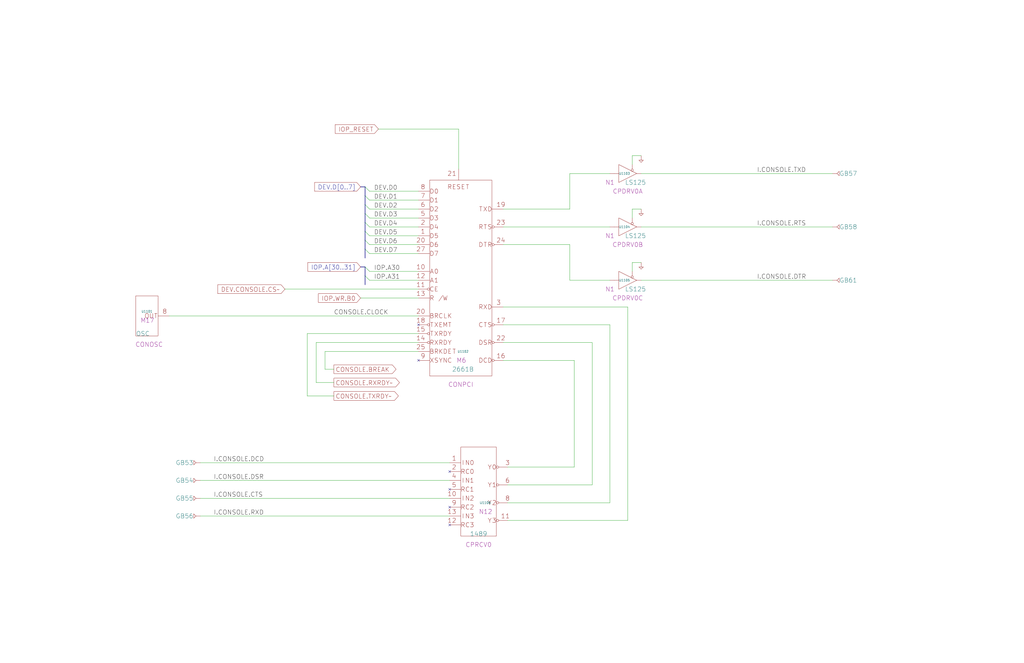
<source format=kicad_sch>
(kicad_sch (version 20211123) (generator eeschema)
  (paper "User" 584.2 378.46)
  (title_block (title "DEVICES\\nCONSOLE PCI") (date "22-SEP-90") (rev "2.0") (comment 1 "IOC") (comment 2 "232-003061") (comment 3 "S400") (comment 4 "RELEASED"))
  (lib_symbols
    (symbol "r1000:1489" (pin_numbers hide) (pin_names (offset 1.016) hide)
      (property "Reference" "U" (at 2.54 5.08 0))
      (property "Value" "1489" (at -6.35 -12.7 0))
      (property "Location" "___" (at -1.27 0 0))
      (property "Name" "______" (at -1.27 -20.32 0))
      (symbol "1489_1_1"
        (rectangle (start -11.43 36.83) (end 8.89 -13.97))
        (circle (center 9.525 -5.08) (radius 0.635))
        (circle (center 9.525 5.08) (radius 0.635))
        (circle (center 9.525 15.24) (radius 0.635))
        (circle (center 9.525 25.4) (radius 0.635))
        (text "0" (at -15.24 10.16 0) (effects (font (size 2.54 2.54))))
        (text "0" (at -5.08 22.86 0) (effects (font (size 2.54 2.54))))
        (text "0" (at -5.08 27.94 0) (effects (font (size 2.54 2.54))))
        (text "0" (at 7.62 25.4 0) (effects (font (size 2.54 2.54))))
        (text "1" (at -17.78 -5.08 0) (effects (font (size 2.54 2.54))))
        (text "1" (at -17.78 0 0) (effects (font (size 2.54 2.54))))
        (text "1" (at -17.78 10.16 0) (effects (font (size 2.54 2.54))))
        (text "1" (at -15.24 30.48 0) (effects (font (size 2.54 2.54))))
        (text "1" (at -5.08 12.7 0) (effects (font (size 2.54 2.54))))
        (text "1" (at -5.08 17.78 0) (effects (font (size 2.54 2.54))))
        (text "1" (at 7.62 15.24 0) (effects (font (size 2.54 2.54))))
        (text "1" (at 12.7 -2.54 0) (effects (font (size 2.54 2.54))))
        (text "1" (at 15.24 -2.54 0) (effects (font (size 2.54 2.54))))
        (text "2" (at -15.24 -5.08 0) (effects (font (size 2.54 2.54))))
        (text "2" (at -15.24 25.4 0) (effects (font (size 2.54 2.54))))
        (text "2" (at -5.08 2.54 0) (effects (font (size 2.54 2.54))))
        (text "2" (at -5.08 7.62 0) (effects (font (size 2.54 2.54))))
        (text "2" (at 7.62 5.08 0) (effects (font (size 2.54 2.54))))
        (text "3" (at -15.24 0 0) (effects (font (size 2.54 2.54))))
        (text "3" (at -5.08 -7.62 0) (effects (font (size 2.54 2.54))))
        (text "3" (at -5.08 -2.54 0) (effects (font (size 2.54 2.54))))
        (text "3" (at 7.62 -5.08 0) (effects (font (size 2.54 2.54))))
        (text "3" (at 15.24 27.94 0) (effects (font (size 2.54 2.54))))
        (text "4" (at -15.24 20.32 0) (effects (font (size 2.54 2.54))))
        (text "5" (at -15.24 15.24 0) (effects (font (size 2.54 2.54))))
        (text "6" (at 15.24 17.78 0) (effects (font (size 2.54 2.54))))
        (text "8" (at 15.24 7.62 0) (effects (font (size 2.54 2.54))))
        (text "9" (at -15.24 5.08 0) (effects (font (size 2.54 2.54))))
        (text "C" (at -7.62 -7.62 0) (effects (font (size 2.54 2.54))))
        (text "C" (at -7.62 2.54 0) (effects (font (size 2.54 2.54))))
        (text "C" (at -7.62 12.7 0) (effects (font (size 2.54 2.54))))
        (text "C" (at -7.62 22.86 0) (effects (font (size 2.54 2.54))))
        (text "I" (at -10.16 -2.54 0) (effects (font (size 2.54 2.54))))
        (text "I" (at -10.16 7.62 0) (effects (font (size 2.54 2.54))))
        (text "I" (at -10.16 17.78 0) (effects (font (size 2.54 2.54))))
        (text "I" (at -10.16 27.94 0) (effects (font (size 2.54 2.54))))
        (text "N" (at -7.62 -2.54 0) (effects (font (size 2.54 2.54))))
        (text "N" (at -7.62 7.62 0) (effects (font (size 2.54 2.54))))
        (text "N" (at -7.62 17.78 0) (effects (font (size 2.54 2.54))))
        (text "N" (at -7.62 27.94 0) (effects (font (size 2.54 2.54))))
        (text "R" (at -10.16 -7.62 0) (effects (font (size 2.54 2.54))))
        (text "R" (at -10.16 2.54 0) (effects (font (size 2.54 2.54))))
        (text "R" (at -10.16 12.7 0) (effects (font (size 2.54 2.54))))
        (text "R" (at -10.16 22.86 0) (effects (font (size 2.54 2.54))))
        (text "Y" (at 5.08 -5.08 0) (effects (font (size 2.54 2.54))))
        (text "Y" (at 5.08 5.08 0) (effects (font (size 2.54 2.54))))
        (text "Y" (at 5.08 15.24 0) (effects (font (size 2.54 2.54))))
        (text "Y" (at 5.08 25.4 0) (effects (font (size 2.54 2.54))))
        (pin input line (at -17.78 27.94 0) (length 6.35) (name "IN0") (number "1"))
        (pin input line (at -17.78 7.62 0) (length 6.35) (name "IN2") (number "10"))
        (pin output line (at 15.24 -5.08 180) (length 5.08) (name "Y3_") (number "11"))
        (pin input line (at -17.78 -7.62 0) (length 6.35) (name "RC3") (number "12"))
        (pin input line (at -17.78 -2.54 0) (length 6.35) (name "IN3") (number "13"))
        (pin input line (at -17.78 22.86 0) (length 6.35) (name "RC0") (number "2"))
        (pin output line (at 15.24 25.4 180) (length 5.08) (name "Y0_") (number "3"))
        (pin input line (at -17.78 17.78 0) (length 6.35) (name "IN1") (number "4"))
        (pin input line (at -17.78 12.7 0) (length 6.35) (name "RC1") (number "5"))
        (pin output line (at 15.24 15.24 180) (length 5.08) (name "Y1_") (number "6"))
        (pin output line (at 15.24 5.08 180) (length 5.08) (name "Y2_") (number "8"))
        (pin input line (at -17.78 2.54 0) (length 6.35) (name "RC2") (number "9"))
      )
    )
    (symbol "r1000:2661B" (pin_numbers hide) (pin_names (offset 1.016) hide)
      (property "Reference" "U" (at 2.54 5.08 0))
      (property "Value" "2661B" (at -3.81 -5.08 0))
      (property "Location" "___" (at -1.27 0 0))
      (property "Name" "______" (at 1.27 -15.24 0))
      (symbol "2661B_1_1"
        (circle (center -17.145 10.16) (radius 0.635))
        (circle (center -17.145 15.24) (radius 0.635))
        (circle (center -17.145 20.32) (radius 0.635))
        (circle (center -17.145 40.64) (radius 0.635))
        (rectangle (start -16.51 102.87) (end 19.05 -8.89))
        (circle (center 19.685 0) (radius 0.635))
        (circle (center 19.685 10.16) (radius 0.635))
        (circle (center 19.685 20.32) (radius 0.635))
        (circle (center 19.685 66.04) (radius 0.635))
        (circle (center 19.685 76.2) (radius 0.635))
        (text "/" (at -10.16 35.56 0) (effects (font (size 2.54 2.54))))
        (text "0" (at -20.32 27.94 0) (effects (font (size 2.54 2.54))))
        (text "0" (at -20.32 53.34 0) (effects (font (size 2.54 2.54))))
        (text "0" (at -20.32 68.58 0) (effects (font (size 2.54 2.54))))
        (text "0" (at -12.7 50.8 0) (effects (font (size 2.54 2.54))))
        (text "0" (at -12.7 96.52 0) (effects (font (size 2.54 2.54))))
        (text "1" (at -22.86 12.7 0) (effects (font (size 2.54 2.54))))
        (text "1" (at -22.86 17.78 0) (effects (font (size 2.54 2.54))))
        (text "1" (at -22.86 22.86 0) (effects (font (size 2.54 2.54))))
        (text "1" (at -22.86 38.1 0) (effects (font (size 2.54 2.54))))
        (text "1" (at -22.86 43.18 0) (effects (font (size 2.54 2.54))))
        (text "1" (at -22.86 48.26 0) (effects (font (size 2.54 2.54))))
        (text "1" (at -22.86 53.34 0) (effects (font (size 2.54 2.54))))
        (text "1" (at -20.32 43.18 0) (effects (font (size 2.54 2.54))))
        (text "1" (at -20.32 73.66 0) (effects (font (size 2.54 2.54))))
        (text "1" (at -12.7 45.72 0) (effects (font (size 2.54 2.54))))
        (text "1" (at -12.7 91.44 0) (effects (font (size 2.54 2.54))))
        (text "1" (at -2.54 106.68 0) (effects (font (size 2.54 2.54))))
        (text "1" (at 22.86 2.54 0) (effects (font (size 2.54 2.54))))
        (text "1" (at 22.86 22.86 0) (effects (font (size 2.54 2.54))))
        (text "1" (at 22.86 88.9 0) (effects (font (size 2.54 2.54))))
        (text "2" (at -22.86 7.62 0) (effects (font (size 2.54 2.54))))
        (text "2" (at -22.86 27.94 0) (effects (font (size 2.54 2.54))))
        (text "2" (at -22.86 63.5 0) (effects (font (size 2.54 2.54))))
        (text "2" (at -22.86 68.58 0) (effects (font (size 2.54 2.54))))
        (text "2" (at -20.32 48.26 0) (effects (font (size 2.54 2.54))))
        (text "2" (at -20.32 78.74 0) (effects (font (size 2.54 2.54))))
        (text "2" (at -12.7 86.36 0) (effects (font (size 2.54 2.54))))
        (text "2" (at -5.08 106.68 0) (effects (font (size 2.54 2.54))))
        (text "2" (at 22.86 12.7 0) (effects (font (size 2.54 2.54))))
        (text "2" (at 22.86 68.58 0) (effects (font (size 2.54 2.54))))
        (text "2" (at 22.86 78.74 0) (effects (font (size 2.54 2.54))))
        (text "2" (at 25.4 12.7 0) (effects (font (size 2.54 2.54))))
        (text "3" (at -20.32 38.1 0) (effects (font (size 2.54 2.54))))
        (text "3" (at -12.7 81.28 0) (effects (font (size 2.54 2.54))))
        (text "3" (at 22.86 33.02 0) (effects (font (size 2.54 2.54))))
        (text "3" (at 25.4 78.74 0) (effects (font (size 2.54 2.54))))
        (text "4" (at -20.32 12.7 0) (effects (font (size 2.54 2.54))))
        (text "4" (at -12.7 76.2 0) (effects (font (size 2.54 2.54))))
        (text "4" (at 25.4 68.58 0) (effects (font (size 2.54 2.54))))
        (text "5" (at -20.32 7.62 0) (effects (font (size 2.54 2.54))))
        (text "5" (at -20.32 17.78 0) (effects (font (size 2.54 2.54))))
        (text "5" (at -20.32 83.82 0) (effects (font (size 2.54 2.54))))
        (text "5" (at -12.7 71.12 0) (effects (font (size 2.54 2.54))))
        (text "6" (at -20.32 88.9 0) (effects (font (size 2.54 2.54))))
        (text "6" (at -12.7 66.04 0) (effects (font (size 2.54 2.54))))
        (text "6" (at 25.4 2.54 0) (effects (font (size 2.54 2.54))))
        (text "7" (at -20.32 63.5 0) (effects (font (size 2.54 2.54))))
        (text "7" (at -20.32 93.98 0) (effects (font (size 2.54 2.54))))
        (text "7" (at -12.7 60.96 0) (effects (font (size 2.54 2.54))))
        (text "7" (at 25.4 22.86 0) (effects (font (size 2.54 2.54))))
        (text "8" (at -20.32 22.86 0) (effects (font (size 2.54 2.54))))
        (text "8" (at -20.32 99.06 0) (effects (font (size 2.54 2.54))))
        (text "9" (at -20.32 2.54 0) (effects (font (size 2.54 2.54))))
        (text "9" (at 25.4 88.9 0) (effects (font (size 2.54 2.54))))
        (text "A" (at -15.24 45.72 0) (effects (font (size 2.54 2.54))))
        (text "A" (at -15.24 50.8 0) (effects (font (size 2.54 2.54))))
        (text "B" (at -15.24 5.08 0) (effects (font (size 2.54 2.54))))
        (text "B" (at -15.24 25.4 0) (effects (font (size 2.54 2.54))))
        (text "C" (at -15.24 40.64 0) (effects (font (size 2.54 2.54))))
        (text "C" (at -10.16 25.4 0) (effects (font (size 2.54 2.54))))
        (text "C" (at -5.08 0 0) (effects (font (size 2.54 2.54))))
        (text "C" (at 12.7 20.32 0) (effects (font (size 2.54 2.54))))
        (text "C" (at 15.24 0 0) (effects (font (size 2.54 2.54))))
        (text "D" (at -15.24 60.96 0) (effects (font (size 2.54 2.54))))
        (text "D" (at -15.24 66.04 0) (effects (font (size 2.54 2.54))))
        (text "D" (at -15.24 71.12 0) (effects (font (size 2.54 2.54))))
        (text "D" (at -15.24 76.2 0) (effects (font (size 2.54 2.54))))
        (text "D" (at -15.24 81.28 0) (effects (font (size 2.54 2.54))))
        (text "D" (at -15.24 86.36 0) (effects (font (size 2.54 2.54))))
        (text "D" (at -15.24 91.44 0) (effects (font (size 2.54 2.54))))
        (text "D" (at -15.24 96.52 0) (effects (font (size 2.54 2.54))))
        (text "D" (at -7.62 5.08 0) (effects (font (size 2.54 2.54))))
        (text "D" (at -7.62 10.16 0) (effects (font (size 2.54 2.54))))
        (text "D" (at -7.62 15.24 0) (effects (font (size 2.54 2.54))))
        (text "D" (at 12.7 0 0) (effects (font (size 2.54 2.54))))
        (text "D" (at 12.7 10.16 0) (effects (font (size 2.54 2.54))))
        (text "D" (at 12.7 66.04 0) (effects (font (size 2.54 2.54))))
        (text "D" (at 17.78 0 0) (effects (font (size 2.54 2.54))))
        (text "D" (at 17.78 30.48 0) (effects (font (size 2.54 2.54))))
        (text "D" (at 17.78 86.36 0) (effects (font (size 2.54 2.54))))
        (text "E" (at -12.7 40.64 0) (effects (font (size 2.54 2.54))))
        (text "E" (at -10.16 20.32 0) (effects (font (size 2.54 2.54))))
        (text "E" (at -5.08 5.08 0) (effects (font (size 2.54 2.54))))
        (text "E" (at -2.54 99.06 0) (effects (font (size 2.54 2.54))))
        (text "E" (at 2.54 99.06 0) (effects (font (size 2.54 2.54))))
        (text "K" (at -10.16 5.08 0) (effects (font (size 2.54 2.54))))
        (text "K" (at -5.08 25.4 0) (effects (font (size 2.54 2.54))))
        (text "L" (at -7.62 25.4 0) (effects (font (size 2.54 2.54))))
        (text "M" (at -7.62 20.32 0) (effects (font (size 2.54 2.54))))
        (text "N" (at -7.62 0 0) (effects (font (size 2.54 2.54))))
        (text "R" (at -15.24 10.16 0) (effects (font (size 2.54 2.54))))
        (text "R" (at -15.24 35.56 0) (effects (font (size 2.54 2.54))))
        (text "R" (at -12.7 5.08 0) (effects (font (size 2.54 2.54))))
        (text "R" (at -12.7 25.4 0) (effects (font (size 2.54 2.54))))
        (text "R" (at -10.16 10.16 0) (effects (font (size 2.54 2.54))))
        (text "R" (at -10.16 15.24 0) (effects (font (size 2.54 2.54))))
        (text "R" (at -5.08 99.06 0) (effects (font (size 2.54 2.54))))
        (text "R" (at 12.7 30.48 0) (effects (font (size 2.54 2.54))))
        (text "R" (at 12.7 76.2 0) (effects (font (size 2.54 2.54))))
        (text "R" (at 17.78 10.16 0) (effects (font (size 2.54 2.54))))
        (text "R" (at 17.78 66.04 0) (effects (font (size 2.54 2.54))))
        (text "S" (at -12.7 0 0) (effects (font (size 2.54 2.54))))
        (text "S" (at 0 99.06 0) (effects (font (size 2.54 2.54))))
        (text "S" (at 15.24 10.16 0) (effects (font (size 2.54 2.54))))
        (text "S" (at 17.78 20.32 0) (effects (font (size 2.54 2.54))))
        (text "S" (at 17.78 76.2 0) (effects (font (size 2.54 2.54))))
        (text "T" (at -15.24 15.24 0) (effects (font (size 2.54 2.54))))
        (text "T" (at -15.24 20.32 0) (effects (font (size 2.54 2.54))))
        (text "T" (at -5.08 20.32 0) (effects (font (size 2.54 2.54))))
        (text "T" (at -2.54 5.08 0) (effects (font (size 2.54 2.54))))
        (text "T" (at 5.08 99.06 0) (effects (font (size 2.54 2.54))))
        (text "T" (at 12.7 86.36 0) (effects (font (size 2.54 2.54))))
        (text "T" (at 15.24 20.32 0) (effects (font (size 2.54 2.54))))
        (text "T" (at 15.24 66.04 0) (effects (font (size 2.54 2.54))))
        (text "T" (at 15.24 76.2 0) (effects (font (size 2.54 2.54))))
        (text "W" (at -7.62 35.56 0) (effects (font (size 2.54 2.54))))
        (text "X" (at -15.24 0 0) (effects (font (size 2.54 2.54))))
        (text "X" (at -12.7 10.16 0) (effects (font (size 2.54 2.54))))
        (text "X" (at -12.7 15.24 0) (effects (font (size 2.54 2.54))))
        (text "X" (at -12.7 20.32 0) (effects (font (size 2.54 2.54))))
        (text "X" (at 15.24 30.48 0) (effects (font (size 2.54 2.54))))
        (text "X" (at 15.24 86.36 0) (effects (font (size 2.54 2.54))))
        (text "Y" (at -10.16 0 0) (effects (font (size 2.54 2.54))))
        (text "Y" (at -5.08 10.16 0) (effects (font (size 2.54 2.54))))
        (text "Y" (at -5.08 15.24 0) (effects (font (size 2.54 2.54))))
        (text "~" (at -12.7 35.56 0) (effects (font (size 2.54 2.54))))
        (pin tri_state line (at -22.86 71.12 0) (length 6.35) (name "D5") (number "1"))
        (pin input line (at -22.86 50.8 0) (length 6.35) (name "A0") (number "10"))
        (pin input line (at -22.86 40.64 0) (length 5.08) (name "CE_") (number "11"))
        (pin input line (at -22.86 45.72 0) (length 6.35) (name "A1") (number "12"))
        (pin input line (at -22.86 35.56 0) (length 6.35) (name "R_/W") (number "13"))
        (pin output line (at -22.86 10.16 0) (length 5.08) (name "RXRDY_") (number "14"))
        (pin output line (at -22.86 15.24 0) (length 5.08) (name "TXRDY_") (number "15"))
        (pin input line (at 25.4 0 180) (length 5.08) (name "DCD_") (number "16"))
        (pin input line (at 25.4 20.32 180) (length 5.08) (name "CTS_") (number "17"))
        (pin output line (at -22.86 20.32 0) (length 5.08) (name "TXEMT_") (number "18"))
        (pin output line (at 25.4 86.36 180) (length 6.35) (name "TXD") (number "19"))
        (pin tri_state line (at -22.86 76.2 0) (length 6.35) (name "D4") (number "2"))
        (pin input line (at -22.86 25.4 0) (length 6.35) (name "BRCLK") (number "20"))
        (pin tri_state line (at -22.86 66.04 0) (length 6.35) (name "D6") (number "20"))
        (pin input line (at 0 109.22 270) (length 6.35) (name "RESET") (number "21"))
        (pin input line (at 25.4 10.16 180) (length 5.08) (name "DSR_") (number "22"))
        (pin output line (at 25.4 76.2 180) (length 5.08) (name "RTS_") (number "23"))
        (pin output line (at 25.4 66.04 180) (length 5.08) (name "DTR_") (number "24"))
        (pin output line (at -22.86 5.08 0) (length 6.35) (name "BRKDET") (number "25"))
        (pin tri_state line (at -22.86 60.96 0) (length 6.35) (name "D7") (number "27"))
        (pin input line (at 25.4 30.48 180) (length 6.35) (name "RXD") (number "3"))
        (pin tri_state line (at -22.86 81.28 0) (length 6.35) (name "D3") (number "5"))
        (pin tri_state line (at -22.86 86.36 0) (length 6.35) (name "D2") (number "6"))
        (pin tri_state line (at -22.86 91.44 0) (length 6.35) (name "D1") (number "7"))
        (pin tri_state line (at -22.86 96.52 0) (length 6.35) (name "D0") (number "8"))
        (pin input line (at -22.86 0 0) (length 6.35) (name "XSYNC") (number "9"))
      )
    )
    (symbol "r1000:GB" (pin_numbers hide) (pin_names (offset 0) hide)
      (property "Reference" "GB" (at 3.81 0 0))
      (symbol "GB_0_1"
        (polyline (pts (xy 2.54 0) (xy 3.81 1.27) (xy 3.81 -1.27) (xy 2.54 0)) (stroke (width 0.1524)))
      )
      (symbol "GB_1_1"
        (pin bidirectional line (at 0 0 0) (length 2.54) (name "") (number "1"))
      )
    )
    (symbol "r1000:LS125" (pin_numbers hide) (pin_names hide)
      (property "Reference" "U" (at 0.635 0 0))
      (property "Value" "LS125" (at 6.985 -5.08 0))
      (property "Location" "___" (at -7.62 -5.08 0))
      (property "Name" "______" (at 2.54 -10.16 0))
      (symbol "LS125_0_1"
        (polyline (pts (xy -5.08 0) (xy -2.54 0)) (stroke (width 0.1524)))
        (polyline (pts (xy -2.54 5.08) (xy -2.54 -5.08)) (stroke (width 0.1524)))
        (polyline (pts (xy 7.62 0) (xy -2.54 -5.08)) (stroke (width 0.1524)))
        (polyline (pts (xy 7.62 0) (xy -2.54 5.08)) (stroke (width 0.1524)))
        (circle (center 5.08 1.905) (radius 0.635) (stroke (width 0.1524)))
      )
      (symbol "LS125_1_1"
        (pin input line (at -7.62 0 0) (length 2.54) (name "D") (number "1"))
        (pin tri_state line (at 10.16 0 180) (length 2.54) (name "Q") (number "2"))
        (pin input line (at 5.08 5.08 270) (length 2.54) (name "E") (number "4"))
      )
    )
    (symbol "r1000:OSC" (pin_numbers hide) (pin_names (offset 1.016) hide)
      (property "Reference" "U" (at 2.54 5.08 0))
      (property "Value" "OSC" (at -3.81 -7.62 0))
      (property "Location" "___" (at -1.27 0 0))
      (property "Name" "______" (at 3.81 -15.24 0))
      (symbol "OSC_1_1"
        (rectangle (start -3.81 13.97) (end 8.89 -8.89))
        (text "8" (at 12.7 5.08 0) (effects (font (size 2.54 2.54))))
        (text "O" (at 2.54 2.54 0) (effects (font (size 2.54 2.54))))
        (text "T" (at 7.62 2.54 0) (effects (font (size 2.54 2.54))))
        (text "U" (at 5.08 2.54 0) (effects (font (size 2.54 2.54))))
        (pin output line (at 15.24 2.54 180) (length 6.35) (name "OUT") (number "8"))
      )
    )
    (symbol "r1000:PD" (power) (pin_numbers hide) (pin_names hide) (in_bom no)
      (symbol "PD_0_1"
        (polyline (pts (xy 0 -2.54) (xy 1.27 -2.54) (xy 0 -3.81) (xy -1.27 -2.54) (xy 0 -2.54)) (stroke (width 0.1524)))
      )
      (symbol "PD_1_1"
        (pin power_in line (at 0 0 270) (length 2.54) (name "PD") (number "1"))
      )
    )
  )
  (no_connect (at 238.76 185.42))
  (no_connect (at 238.76 205.74))
  (no_connect (at 256.54 269.24))
  (no_connect (at 256.54 279.4))
  (no_connect (at 256.54 289.56))
  (no_connect (at 256.54 299.72))
  (bus_entry (at 208.28 142.24) (size 2.54 2.54))
  (bus_entry (at 208.28 137.16) (size 2.54 2.54))
  (bus_entry (at 208.28 111.76) (size 2.54 2.54))
  (bus_entry (at 208.28 116.84) (size 2.54 2.54))
  (bus_entry (at 208.28 152.4) (size 2.54 2.54))
  (bus_entry (at 208.28 157.48) (size 2.54 2.54))
  (bus_entry (at 208.28 127) (size 2.54 2.54))
  (bus_entry (at 208.28 132.08) (size 2.54 2.54))
  (bus_entry (at 208.28 106.68) (size 2.54 2.54))
  (bus_entry (at 208.28 121.92) (size 2.54 2.54))
  (wire (pts (xy 210.82 129.54) (xy 238.76 129.54)))
  (wire (pts (xy 287.02 129.54) (xy 347.98 129.54)))
  (wire (pts (xy 287.02 175.26) (xy 358.14 175.26)))
  (wire (pts (xy 358.14 175.26) (xy 358.14 297.18)))
  (wire (pts (xy 358.14 297.18) (xy 289.56 297.18)))
  (wire (pts (xy 365.76 160.02) (xy 474.98 160.02)))
  (wire (pts (xy 205.74 170.18) (xy 238.76 170.18)))
  (wire (pts (xy 360.68 88.9) (xy 360.68 93.98)))
  (wire (pts (xy 365.76 88.9) (xy 360.68 88.9)))
  (wire (pts (xy 289.56 266.7) (xy 327.66 266.7)))
  (wire (pts (xy 327.66 205.74) (xy 287.02 205.74)))
  (wire (pts (xy 327.66 266.7) (xy 327.66 205.74)))
  (wire (pts (xy 287.02 119.38) (xy 325.12 119.38)))
  (wire (pts (xy 325.12 119.38) (xy 325.12 99.06)))
  (wire (pts (xy 289.56 287.02) (xy 347.98 287.02)))
  (wire (pts (xy 347.98 185.42) (xy 287.02 185.42)))
  (wire (pts (xy 347.98 287.02) (xy 347.98 185.42)))
  (wire (pts (xy 210.82 109.22) (xy 238.76 109.22)))
  (wire (pts (xy 365.76 99.06) (xy 474.98 99.06)))
  (wire (pts (xy 365.76 129.54) (xy 474.98 129.54)))
  (wire (pts (xy 360.68 119.38) (xy 360.68 124.46)))
  (wire (pts (xy 210.82 160.02) (xy 238.76 160.02)))
  (wire (pts (xy 215.9 73.66) (xy 261.62 73.66)))
  (wire (pts (xy 261.62 73.66) (xy 261.62 96.52)))
  (bus (pts (xy 208.28 137.16) (xy 208.28 142.24)))
  (wire (pts (xy 325.12 99.06) (xy 347.98 99.06)))
  (wire (pts (xy 114.3 274.32) (xy 256.54 274.32)))
  (bus (pts (xy 208.28 116.84) (xy 208.28 121.92)))
  (bus (pts (xy 208.28 111.76) (xy 208.28 116.84)))
  (wire (pts (xy 96.52 180.34) (xy 238.76 180.34)))
  (wire (pts (xy 175.26 190.5) (xy 238.76 190.5)))
  (wire (pts (xy 175.26 226.06) (xy 175.26 190.5)))
  (wire (pts (xy 190.5 226.06) (xy 175.26 226.06)))
  (bus (pts (xy 208.28 142.24) (xy 208.28 147.32)))
  (wire (pts (xy 210.82 134.62) (xy 238.76 134.62)))
  (wire (pts (xy 210.82 124.46) (xy 238.76 124.46)))
  (bus (pts (xy 208.28 127) (xy 208.28 132.08)))
  (wire (pts (xy 180.34 195.58) (xy 180.34 218.44)))
  (wire (pts (xy 180.34 218.44) (xy 190.5 218.44)))
  (wire (pts (xy 238.76 195.58) (xy 180.34 195.58)))
  (bus (pts (xy 208.28 132.08) (xy 208.28 137.16)))
  (wire (pts (xy 210.82 114.3) (xy 238.76 114.3)))
  (bus (pts (xy 208.28 121.92) (xy 208.28 127)))
  (wire (pts (xy 162.56 165.1) (xy 238.76 165.1)))
  (bus (pts (xy 208.28 157.48) (xy 208.28 162.56)))
  (wire (pts (xy 114.3 284.48) (xy 256.54 284.48)))
  (wire (pts (xy 210.82 119.38) (xy 238.76 119.38)))
  (wire (pts (xy 114.3 264.16) (xy 256.54 264.16)))
  (wire (pts (xy 210.82 139.7) (xy 238.76 139.7)))
  (wire (pts (xy 210.82 144.78) (xy 238.76 144.78)))
  (bus (pts (xy 205.74 152.4) (xy 208.28 152.4)))
  (bus (pts (xy 208.28 152.4) (xy 208.28 157.48)))
  (wire (pts (xy 287.02 195.58) (xy 337.82 195.58)))
  (wire (pts (xy 337.82 195.58) (xy 337.82 276.86)))
  (wire (pts (xy 337.82 276.86) (xy 289.56 276.86)))
  (wire (pts (xy 185.42 200.66) (xy 238.76 200.66)))
  (wire (pts (xy 185.42 210.82) (xy 185.42 200.66)))
  (wire (pts (xy 190.5 210.82) (xy 185.42 210.82)))
  (wire (pts (xy 114.3 294.64) (xy 256.54 294.64)))
  (wire (pts (xy 287.02 139.7) (xy 325.12 139.7)))
  (wire (pts (xy 325.12 139.7) (xy 325.12 160.02)))
  (wire (pts (xy 325.12 160.02) (xy 347.98 160.02)))
  (wire (pts (xy 365.76 149.86) (xy 360.68 149.86)))
  (wire (pts (xy 365.76 119.38) (xy 360.68 119.38)))
  (bus (pts (xy 205.74 106.68) (xy 208.28 106.68)))
  (bus (pts (xy 208.28 106.68) (xy 208.28 111.76)))
  (wire (pts (xy 360.68 149.86) (xy 360.68 154.94)))
  (wire (pts (xy 210.82 154.94) (xy 238.76 154.94)))
  (label "I.CONSOLE.RXD" (at 121.92 294.64 0) (effects (font (size 2.54 2.54))))
  (label "IOP.A30" (at 213.36 154.94 0) (effects (font (size 2.54 2.54))))
  (label "I.CONSOLE.DSR" (at 121.92 274.32 0) (effects (font (size 2.54 2.54))))
  (label "IOP.A31" (at 213.36 160.02 0) (effects (font (size 2.54 2.54))))
  (label "I.CONSOLE.DCD" (at 121.92 264.16 0) (effects (font (size 2.54 2.54))))
  (label "DEV.D5" (at 213.36 134.62 0) (effects (font (size 2.54 2.54))))
  (label "CONSOLE.CLOCK" (at 190.5 180.34 0) (effects (font (size 2.54 2.54))))
  (label "DEV.D4" (at 213.36 129.54 0) (effects (font (size 2.54 2.54))))
  (label "I.CONSOLE.CTS" (at 121.92 284.48 0) (effects (font (size 2.54 2.54))))
  (label "DEV.D6" (at 213.36 139.7 0) (effects (font (size 2.54 2.54))))
  (label "I.CONSOLE.TXD" (at 431.8 99.06 0) (effects (font (size 2.54 2.54))))
  (label "DEV.D0" (at 213.36 109.22 0) (effects (font (size 2.54 2.54))))
  (label "DEV.D2" (at 213.36 119.38 0) (effects (font (size 2.54 2.54))))
  (label "DEV.D3" (at 213.36 124.46 0) (effects (font (size 2.54 2.54))))
  (label "DEV.D1" (at 213.36 114.3 0) (effects (font (size 2.54 2.54))))
  (label "DEV.D7" (at 213.36 144.78 0) (effects (font (size 2.54 2.54))))
  (label "I.CONSOLE.DTR" (at 431.8 160.02 0) (effects (font (size 2.54 2.54))))
  (label "I.CONSOLE.RTS" (at 431.8 129.54 0) (effects (font (size 2.54 2.54))))
  (global_label "CONSOLE.RXRDY~" (shape output) (at 190.5 218.44 0) (effects (font (size 2.54 2.54))) (property "Intersheet References" "${INTERSHEET_REFS}" (at 228.2432 218.2813 0) (effects (font (size 2.54 2.54)) (justify left))))
  (global_label "DEV.D[0..7]" (shape input) (at 205.74 106.68 180) (effects (font (size 2.54 2.54))) (property "Intersheet References" "${INTERSHEET_REFS}" (at 179.1244 106.5213 0) (effects (font (size 2.54 2.54)) (justify right))))
  (global_label "IOP_RESET" (shape input) (at 215.9 73.66 180) (effects (font (size 2.54 2.54))) (property "Intersheet References" "${INTERSHEET_REFS}" (at 190.8568 73.5013 0) (effects (font (size 2.54 2.54)) (justify right))))
  (global_label "DEV.CONSOLE.CS~" (shape input) (at 162.56 165.1 180) (effects (font (size 2.54 2.54))) (property "Intersheet References" "${INTERSHEET_REFS}" (at 123.8492 164.9413 0) (effects (font (size 2.54 2.54)) (justify right))))
  (global_label "CONSOLE.BREAK" (shape output) (at 190.5 210.82 0) (effects (font (size 2.54 2.54))) (property "Intersheet References" "${INTERSHEET_REFS}" (at 226.308 210.6613 0) (effects (font (size 2.54 2.54)) (justify left))))
  (global_label "IOP.WR.B0" (shape input) (at 205.74 170.18 180) (effects (font (size 2.54 2.54))) (property "Intersheet References" "${INTERSHEET_REFS}" (at 181.3016 170.0213 0) (effects (font (size 2.54 2.54)) (justify right))))
  (global_label "CONSOLE.TXRDY~" (shape output) (at 190.5 226.06 0) (effects (font (size 2.54 2.54))) (property "Intersheet References" "${INTERSHEET_REFS}" (at 227.6384 225.9013 0) (effects (font (size 2.54 2.54)) (justify left))))
  (global_label "IOP.A[30..31]" (shape input) (at 205.74 152.4 180) (effects (font (size 2.54 2.54))) (property "Intersheet References" "${INTERSHEET_REFS}" (at 175.254 152.2413 0) (effects (font (size 2.54 2.54)) (justify right))))
  (symbol (lib_id "r1000:2661B") (at 261.62 205.74 0) (unit 1)
    (property "Reference" "U1102" (at 264.16 200.66 0))
    (property "Value" "2661B" (at 257.81 210.82 0) (effects (font (size 2.54 2.54)) (justify left)))
    (property "Location" "M6" (at 260.35 205.74 0) (effects (font (size 2.54 2.54)) (justify left)))
    (property "Name" "CONPCI" (at 262.89 220.98 0) (effects (font (size 2.54 2.54)) (justify bottom)))
  )
  (symbol (lib_id "r1000:GB") (at 114.3 264.16 0) (mirror y) (unit 1)
    (property "Reference" "GB53" (at 110.49 264.16 0) (effects (font (size 2.54 2.54)) (justify left)))
    (property "Value" "GB" (effects hide))
  )
  (symbol (lib_id "r1000:GB") (at 114.3 294.64 0) (mirror y) (unit 1)
    (property "Reference" "GB56" (at 110.49 294.64 0) (effects (font (size 2.54 2.54)) (justify left)))
    (property "Value" "GB" (effects hide))
  )
  (symbol (lib_id "r1000:1489") (at 274.32 292.1 0) (unit 1)
    (property "Reference" "U1106" (at 276.86 287.02 0))
    (property "Value" "1489" (at 267.97 304.8 0) (effects (font (size 2.54 2.54)) (justify left)))
    (property "Location" "N12" (at 273.05 292.1 0) (effects (font (size 2.54 2.54)) (justify left)))
    (property "Name" "CPRCV0" (at 273.05 312.42 0) (effects (font (size 2.54 2.54)) (justify bottom)))
  )
  (symbol (lib_id "r1000:GB") (at 114.3 284.48 0) (mirror y) (unit 1)
    (property "Reference" "GB55" (at 110.49 284.48 0) (effects (font (size 2.54 2.54)) (justify left)))
    (property "Value" "GB" (effects hide))
  )
  (symbol (lib_id "r1000:LS125") (at 355.6 99.06 0) (unit 1)
    (property "Reference" "U1103" (at 356.235 99.06 0))
    (property "Value" "LS125" (at 362.585 104.14 0) (effects (font (size 2.54 2.54))))
    (property "Location" "N1" (at 347.98 104.14 0) (effects (font (size 2.54 2.54))))
    (property "Name" "CPDRV0A" (at 358.14 109.22 0) (effects (font (size 2.54 2.54))))
  )
  (symbol (lib_id "r1000:GB") (at 474.98 160.02 0) (unit 1)
    (property "Reference" "GB61" (at 478.79 160.02 0) (effects (font (size 2.54 2.54)) (justify left)))
    (property "Value" "GB" (effects hide))
  )
  (symbol (lib_id "r1000:OSC") (at 81.28 182.88 0) (unit 1)
    (property "Reference" "U1101" (at 83.82 177.8 0))
    (property "Value" "OSC" (at 77.47 190.5 0) (effects (font (size 2.54 2.54)) (justify left)))
    (property "Location" "M17" (at 80.01 182.88 0) (effects (font (size 2.54 2.54)) (justify left)))
    (property "Name" "CONOSC" (at 85.09 198.12 0) (effects (font (size 2.54 2.54)) (justify bottom)))
  )
  (symbol (lib_id "r1000:PD") (at 365.76 119.38 0) (unit 1) (in_bom no)
    (property "Reference" "#PWR01102" (effects hide))
    (property "Value" "PD" (effects hide))
  )
  (symbol (lib_id "r1000:LS125") (at 355.6 129.54 0) (unit 1)
    (property "Reference" "U1104" (at 356.235 129.54 0))
    (property "Value" "LS125" (at 362.585 134.62 0) (effects (font (size 2.54 2.54))))
    (property "Location" "N1" (at 347.98 134.62 0) (effects (font (size 2.54 2.54))))
    (property "Name" "CPDRV0B" (at 358.14 139.7 0) (effects (font (size 2.54 2.54))))
  )
  (symbol (lib_id "r1000:LS125") (at 355.6 160.02 0) (unit 1)
    (property "Reference" "U1105" (at 356.235 160.02 0))
    (property "Value" "LS125" (at 362.585 165.1 0) (effects (font (size 2.54 2.54))))
    (property "Location" "N1" (at 347.98 165.1 0) (effects (font (size 2.54 2.54))))
    (property "Name" "CPDRV0C" (at 358.14 170.18 0) (effects (font (size 2.54 2.54))))
  )
  (symbol (lib_id "r1000:GB") (at 474.98 99.06 0) (unit 1)
    (property "Reference" "GB57" (at 478.79 99.06 0) (effects (font (size 2.54 2.54)) (justify left)))
    (property "Value" "GB" (effects hide))
  )
  (symbol (lib_id "r1000:PD") (at 365.76 149.86 0) (unit 1) (in_bom no)
    (property "Reference" "#PWR01103" (effects hide))
    (property "Value" "PD" (effects hide))
  )
  (symbol (lib_id "r1000:PD") (at 365.76 88.9 0) (unit 1) (in_bom no)
    (property "Reference" "#PWR01101" (effects hide))
    (property "Value" "PD" (effects hide))
  )
  (symbol (lib_id "r1000:GB") (at 474.98 129.54 0) (unit 1)
    (property "Reference" "GB58" (at 478.79 129.54 0) (effects (font (size 2.54 2.54)) (justify left)))
    (property "Value" "GB" (effects hide))
  )
  (symbol (lib_id "r1000:GB") (at 114.3 274.32 0) (mirror y) (unit 1)
    (property "Reference" "GB54" (at 110.49 274.32 0) (effects (font (size 2.54 2.54)) (justify left)))
    (property "Value" "GB" (effects hide))
  )
)
</source>
